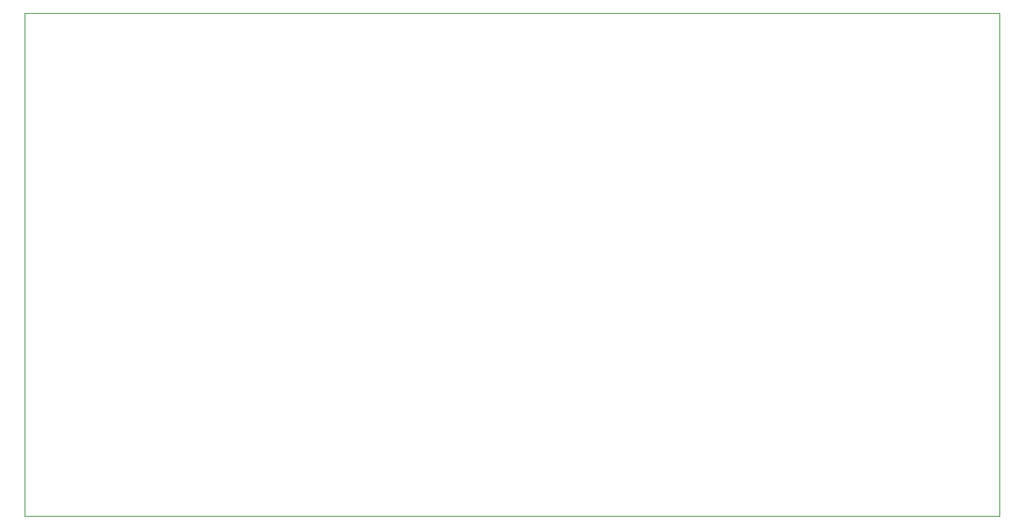
<source format=gbr>
%TF.GenerationSoftware,KiCad,Pcbnew,8.0.8*%
%TF.CreationDate,2025-03-11T03:54:01-05:00*%
%TF.ProjectId,finalproject,66696e61-6c70-4726-9f6a-6563742e6b69,rev?*%
%TF.SameCoordinates,Original*%
%TF.FileFunction,Profile,NP*%
%FSLAX46Y46*%
G04 Gerber Fmt 4.6, Leading zero omitted, Abs format (unit mm)*
G04 Created by KiCad (PCBNEW 8.0.8) date 2025-03-11 03:54:01*
%MOMM*%
%LPD*%
G01*
G04 APERTURE LIST*
%TA.AperFunction,Profile*%
%ADD10C,0.050000*%
%TD*%
G04 APERTURE END LIST*
D10*
X87757000Y-66167000D02*
X195199000Y-66167000D01*
X195199000Y-121666000D01*
X87757000Y-121666000D01*
X87757000Y-66167000D01*
M02*

</source>
